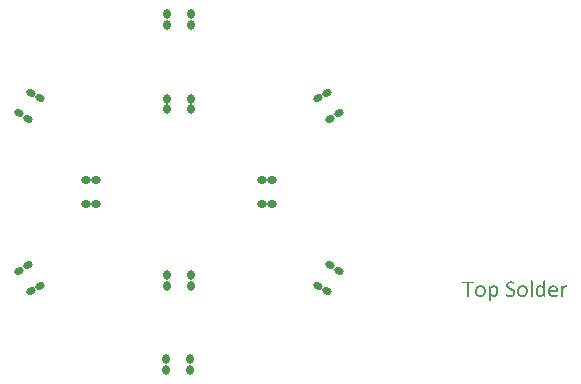
<source format=gts>
G04*
G04 #@! TF.GenerationSoftware,Altium Limited,Altium Designer,20.1.14 (287)*
G04*
G04 Layer_Color=8388736*
%FSLAX44Y44*%
%MOMM*%
G71*
G04*
G04 #@! TF.SameCoordinates,555A517A-9F76-4A69-B8FD-E90865B7C856*
G04*
G04*
G04 #@! TF.FilePolarity,Negative*
G04*
G01*
G75*
%ADD20O,0.8500X0.6000*%
%ADD21O,0.6000X0.8500*%
G04:AMPARAMS|DCode=22|XSize=0.6mm|YSize=0.85mm|CornerRadius=0mm|HoleSize=0mm|Usage=FLASHONLY|Rotation=120.000|XOffset=0mm|YOffset=0mm|HoleType=Round|Shape=Round|*
%AMOVALD22*
21,1,0.2500,0.6000,0.0000,0.0000,210.0*
1,1,0.6000,0.1082,0.0625*
1,1,0.6000,-0.1082,-0.0625*
%
%ADD22OVALD22*%

G04:AMPARAMS|DCode=23|XSize=0.6mm|YSize=0.85mm|CornerRadius=0mm|HoleSize=0mm|Usage=FLASHONLY|Rotation=60.000|XOffset=0mm|YOffset=0mm|HoleType=Round|Shape=Round|*
%AMOVALD23*
21,1,0.2500,0.6000,0.0000,0.0000,150.0*
1,1,0.6000,0.1082,-0.0625*
1,1,0.6000,-0.1082,0.0625*
%
%ADD23OVALD23*%

G36*
X281651Y-75702D02*
X281952Y-75748D01*
X281975D01*
X282022Y-75771D01*
X282114D01*
X282230Y-75794D01*
X282484Y-75864D01*
X282762Y-75956D01*
X282785D01*
X282831Y-75979D01*
X282901Y-76003D01*
X282994Y-76026D01*
X283225Y-76118D01*
X283456Y-76234D01*
X283479D01*
X283503Y-76257D01*
X283618Y-76304D01*
X283757Y-76396D01*
X283850Y-76465D01*
X283873Y-76489D01*
X283896Y-76512D01*
X283942Y-76581D01*
X283965Y-76627D01*
X283988Y-76651D01*
X284035Y-76766D01*
Y-76789D01*
X284058Y-76836D01*
Y-76975D01*
Y-76998D01*
X284081Y-77044D01*
Y-77160D01*
Y-77275D01*
Y-77298D01*
Y-77391D01*
Y-77484D01*
X284058Y-77599D01*
Y-77622D01*
X284035Y-77692D01*
X284012Y-77854D01*
Y-77877D01*
X283988Y-77900D01*
X283919Y-77993D01*
X283896D01*
X283803Y-78016D01*
X283780D01*
X283711Y-77993D01*
X283618Y-77946D01*
X283456Y-77877D01*
X283410Y-77854D01*
X283294Y-77784D01*
X283109Y-77692D01*
X282878Y-77576D01*
X282855D01*
X282831Y-77553D01*
X282762Y-77507D01*
X282670Y-77460D01*
X282415Y-77368D01*
X282091Y-77252D01*
X282068D01*
X282022Y-77229D01*
X281906Y-77206D01*
X281790Y-77160D01*
X281628Y-77137D01*
X281466Y-77113D01*
X281050Y-77090D01*
X280865D01*
X280726Y-77113D01*
X280425Y-77160D01*
X280101Y-77252D01*
X280078D01*
X280032Y-77275D01*
X279962Y-77298D01*
X279870Y-77345D01*
X279661Y-77484D01*
X279453Y-77646D01*
X279407Y-77692D01*
X279314Y-77807D01*
X279175Y-77969D01*
X279060Y-78201D01*
Y-78224D01*
X279037Y-78247D01*
X279014Y-78317D01*
Y-78409D01*
X278967Y-78640D01*
X278944Y-78895D01*
Y-78918D01*
Y-78988D01*
X278967Y-79080D01*
Y-79219D01*
X279037Y-79520D01*
X279175Y-79821D01*
X279199Y-79844D01*
X279222Y-79890D01*
X279268Y-79960D01*
X279361Y-80052D01*
X279569Y-80283D01*
X279846Y-80515D01*
X279870Y-80538D01*
X279916Y-80561D01*
X280009Y-80631D01*
X280124Y-80700D01*
X280263Y-80793D01*
X280425Y-80885D01*
X280795Y-81070D01*
X280818D01*
X280888Y-81116D01*
X281003Y-81163D01*
X281119Y-81209D01*
X281281Y-81278D01*
X281466Y-81371D01*
X281860Y-81556D01*
X281883D01*
X281952Y-81602D01*
X282068Y-81649D01*
X282207Y-81718D01*
X282369Y-81811D01*
X282554Y-81903D01*
X282947Y-82135D01*
X282970Y-82158D01*
X283040Y-82181D01*
X283132Y-82250D01*
X283271Y-82343D01*
X283572Y-82574D01*
X283896Y-82852D01*
X283919Y-82875D01*
X283965Y-82921D01*
X284035Y-83014D01*
X284127Y-83130D01*
X284243Y-83268D01*
X284359Y-83430D01*
X284567Y-83824D01*
X284590Y-83847D01*
X284613Y-83916D01*
X284660Y-84032D01*
X284706Y-84194D01*
X284752Y-84402D01*
X284775Y-84634D01*
X284821Y-84888D01*
Y-85166D01*
Y-85212D01*
Y-85328D01*
X284798Y-85490D01*
X284775Y-85698D01*
X284729Y-85953D01*
X284683Y-86230D01*
X284590Y-86508D01*
X284474Y-86786D01*
X284451Y-86809D01*
X284405Y-86901D01*
X284336Y-87040D01*
X284243Y-87202D01*
X284104Y-87387D01*
X283942Y-87596D01*
X283757Y-87781D01*
X283549Y-87989D01*
X283526Y-88012D01*
X283433Y-88058D01*
X283317Y-88151D01*
X283155Y-88266D01*
X282947Y-88382D01*
X282693Y-88498D01*
X282438Y-88614D01*
X282137Y-88729D01*
X282091D01*
X281999Y-88776D01*
X281836Y-88799D01*
X281628Y-88845D01*
X281374Y-88891D01*
X281073Y-88914D01*
X280749Y-88961D01*
X280170D01*
X280009Y-88938D01*
X279823D01*
X279615Y-88914D01*
X279199Y-88845D01*
X279175D01*
X279106Y-88822D01*
X278990Y-88799D01*
X278875Y-88776D01*
X278551Y-88706D01*
X278204Y-88590D01*
X278181D01*
X278134Y-88567D01*
X278065Y-88521D01*
X277949Y-88498D01*
X277718Y-88382D01*
X277486Y-88266D01*
X277463D01*
X277440Y-88243D01*
X277324Y-88151D01*
X277185Y-88058D01*
X277070Y-87966D01*
X277047Y-87943D01*
X277000Y-87873D01*
X276954Y-87781D01*
X276908Y-87665D01*
Y-87619D01*
X276885Y-87526D01*
X276861Y-87364D01*
Y-87156D01*
Y-87110D01*
Y-87040D01*
Y-86924D01*
Y-86809D01*
Y-86786D01*
X276885Y-86716D01*
X276908Y-86647D01*
X276931Y-86577D01*
Y-86554D01*
X276954Y-86531D01*
X277024Y-86439D01*
X277047D01*
X277070Y-86415D01*
X277162Y-86392D01*
X277185D01*
X277255Y-86415D01*
X277394Y-86462D01*
X277556Y-86577D01*
X277579D01*
X277602Y-86601D01*
X277741Y-86693D01*
X277926Y-86809D01*
X278204Y-86948D01*
X278227D01*
X278273Y-86971D01*
X278366Y-87017D01*
X278481Y-87063D01*
X278620Y-87110D01*
X278782Y-87179D01*
X279175Y-87318D01*
X279199D01*
X279268Y-87341D01*
X279407Y-87364D01*
X279569Y-87387D01*
X279754Y-87434D01*
X279985Y-87457D01*
X280217Y-87480D01*
X280703D01*
X280842Y-87457D01*
X281166Y-87410D01*
X281513Y-87341D01*
X281536D01*
X281582Y-87318D01*
X281674Y-87271D01*
X281790Y-87225D01*
X282045Y-87110D01*
X282299Y-86924D01*
X282322Y-86901D01*
X282369Y-86878D01*
X282508Y-86739D01*
X282670Y-86531D01*
X282831Y-86253D01*
Y-86230D01*
X282855Y-86184D01*
X282901Y-86091D01*
X282924Y-85999D01*
X282970Y-85860D01*
X282994Y-85698D01*
X283017Y-85351D01*
Y-85328D01*
Y-85258D01*
X282994Y-85143D01*
Y-85027D01*
X282901Y-84726D01*
X282855Y-84564D01*
X282762Y-84402D01*
Y-84379D01*
X282716Y-84333D01*
X282670Y-84263D01*
X282577Y-84171D01*
X282369Y-83963D01*
X282091Y-83731D01*
X282068Y-83708D01*
X282022Y-83685D01*
X281929Y-83616D01*
X281836Y-83546D01*
X281698Y-83477D01*
X281536Y-83384D01*
X281166Y-83199D01*
X281142Y-83176D01*
X281073Y-83153D01*
X280957Y-83106D01*
X280842Y-83037D01*
X280656Y-82968D01*
X280494Y-82875D01*
X280078Y-82690D01*
X280055Y-82667D01*
X279985Y-82644D01*
X279893Y-82597D01*
X279754Y-82528D01*
X279592Y-82435D01*
X279407Y-82343D01*
X279014Y-82135D01*
X278990Y-82111D01*
X278921Y-82065D01*
X278828Y-82019D01*
X278713Y-81926D01*
X278412Y-81695D01*
X278088Y-81394D01*
X278065Y-81371D01*
X278018Y-81325D01*
X277949Y-81232D01*
X277857Y-81116D01*
X277764Y-80978D01*
X277648Y-80816D01*
X277440Y-80422D01*
Y-80399D01*
X277394Y-80330D01*
X277371Y-80191D01*
X277324Y-80029D01*
X277278Y-79844D01*
X277232Y-79612D01*
X277209Y-79335D01*
X277185Y-79057D01*
Y-79011D01*
Y-78918D01*
X277209Y-78756D01*
X277232Y-78571D01*
X277255Y-78340D01*
X277301Y-78108D01*
X277371Y-77854D01*
X277463Y-77622D01*
X277486Y-77599D01*
X277509Y-77507D01*
X277579Y-77391D01*
X277671Y-77252D01*
X277787Y-77067D01*
X277926Y-76905D01*
X278273Y-76558D01*
X278296Y-76535D01*
X278366Y-76489D01*
X278481Y-76396D01*
X278620Y-76304D01*
X278805Y-76211D01*
X279037Y-76095D01*
X279268Y-75979D01*
X279523Y-75887D01*
X279546D01*
X279661Y-75841D01*
X279800Y-75817D01*
X280009Y-75771D01*
X280240Y-75725D01*
X280494Y-75702D01*
X280795Y-75656D01*
X281374D01*
X281651Y-75702D01*
D02*
G37*
G36*
X309720Y-74915D02*
X309858Y-74938D01*
X309881D01*
X309951Y-74961D01*
X310043Y-74984D01*
X310113Y-75008D01*
X310136D01*
X310159Y-75031D01*
X310252Y-75100D01*
X310275Y-75123D01*
X310298Y-75216D01*
Y-88544D01*
Y-88567D01*
Y-88590D01*
X310252Y-88706D01*
X310229Y-88729D01*
X310113Y-88776D01*
X310090D01*
X310067Y-88799D01*
X309997D01*
X309905Y-88822D01*
X309812D01*
X309696Y-88845D01*
X309326D01*
X309210Y-88822D01*
X309187D01*
X309141Y-88799D01*
X308979Y-88776D01*
X308956D01*
X308933Y-88752D01*
X308840Y-88683D01*
Y-88660D01*
Y-88637D01*
X308817Y-88544D01*
Y-87341D01*
X308794Y-87364D01*
X308701Y-87457D01*
X308539Y-87596D01*
X308354Y-87781D01*
X308146Y-87966D01*
X307892Y-88174D01*
X307614Y-88359D01*
X307336Y-88544D01*
X307313Y-88567D01*
X307197Y-88614D01*
X307059Y-88683D01*
X306850Y-88752D01*
X306596Y-88822D01*
X306318Y-88891D01*
X305994Y-88938D01*
X305670Y-88961D01*
X305508D01*
X305323Y-88938D01*
X305092Y-88914D01*
X304814Y-88868D01*
X304536Y-88799D01*
X304235Y-88706D01*
X303958Y-88590D01*
X303935Y-88567D01*
X303842Y-88521D01*
X303726Y-88428D01*
X303564Y-88313D01*
X303379Y-88174D01*
X303194Y-87989D01*
X303009Y-87781D01*
X302824Y-87549D01*
X302801Y-87526D01*
X302754Y-87434D01*
X302685Y-87295D01*
X302593Y-87110D01*
X302500Y-86901D01*
X302384Y-86624D01*
X302292Y-86346D01*
X302199Y-86022D01*
Y-85976D01*
X302176Y-85860D01*
X302153Y-85675D01*
X302107Y-85443D01*
X302083Y-85166D01*
X302037Y-84842D01*
X302014Y-84518D01*
Y-84148D01*
Y-84125D01*
Y-84101D01*
Y-83963D01*
X302037Y-83731D01*
Y-83454D01*
X302060Y-83130D01*
X302107Y-82782D01*
X302246Y-82065D01*
X302269Y-82019D01*
X302292Y-81903D01*
X302361Y-81741D01*
X302431Y-81510D01*
X302546Y-81255D01*
X302662Y-81001D01*
X302824Y-80723D01*
X302986Y-80469D01*
X303009Y-80445D01*
X303078Y-80353D01*
X303171Y-80237D01*
X303310Y-80098D01*
X303495Y-79913D01*
X303703Y-79751D01*
X303935Y-79589D01*
X304189Y-79450D01*
X304212Y-79427D01*
X304328Y-79381D01*
X304467Y-79335D01*
X304675Y-79265D01*
X304930Y-79196D01*
X305207Y-79127D01*
X305531Y-79103D01*
X305878Y-79080D01*
X306017D01*
X306156Y-79103D01*
X306364Y-79127D01*
X306572Y-79173D01*
X306827Y-79219D01*
X307059Y-79312D01*
X307313Y-79427D01*
X307336Y-79450D01*
X307429Y-79497D01*
X307568Y-79566D01*
X307729Y-79682D01*
X307938Y-79821D01*
X308146Y-80006D01*
X308401Y-80214D01*
X308632Y-80445D01*
Y-75216D01*
Y-75193D01*
Y-75170D01*
X308655Y-75100D01*
Y-75077D01*
X308701Y-75054D01*
X308794Y-75008D01*
X308817D01*
X308863Y-74984D01*
X308933Y-74961D01*
X309049Y-74938D01*
X309072D01*
X309164Y-74915D01*
X309280Y-74892D01*
X309581D01*
X309720Y-74915D01*
D02*
G37*
G36*
X267259Y-79103D02*
X267490Y-79127D01*
X267768Y-79173D01*
X268045Y-79242D01*
X268323Y-79335D01*
X268601Y-79474D01*
X268624Y-79497D01*
X268717Y-79543D01*
X268832Y-79636D01*
X268994Y-79751D01*
X269179Y-79890D01*
X269364Y-80075D01*
X269550Y-80283D01*
X269711Y-80515D01*
X269735Y-80538D01*
X269781Y-80631D01*
X269874Y-80769D01*
X269966Y-80955D01*
X270059Y-81163D01*
X270174Y-81440D01*
X270267Y-81718D01*
X270359Y-82042D01*
Y-82088D01*
X270382Y-82204D01*
X270429Y-82366D01*
X270475Y-82597D01*
X270498Y-82875D01*
X270544Y-83199D01*
X270568Y-83523D01*
Y-83893D01*
Y-83916D01*
Y-83940D01*
Y-84009D01*
Y-84101D01*
X270544Y-84310D01*
Y-84611D01*
X270498Y-84935D01*
X270452Y-85281D01*
X270382Y-85652D01*
X270290Y-86022D01*
Y-86068D01*
X270244Y-86184D01*
X270174Y-86346D01*
X270105Y-86577D01*
X269989Y-86809D01*
X269874Y-87086D01*
X269711Y-87364D01*
X269550Y-87619D01*
X269526Y-87642D01*
X269457Y-87734D01*
X269364Y-87850D01*
X269226Y-87989D01*
X269040Y-88151D01*
X268832Y-88313D01*
X268578Y-88475D01*
X268323Y-88614D01*
X268300Y-88637D01*
X268184Y-88660D01*
X268045Y-88729D01*
X267837Y-88776D01*
X267583Y-88845D01*
X267305Y-88914D01*
X267004Y-88938D01*
X266657Y-88961D01*
X266518D01*
X266402Y-88938D01*
X266171Y-88914D01*
X265893Y-88868D01*
X265870D01*
X265847Y-88845D01*
X265685Y-88822D01*
X265477Y-88729D01*
X265246Y-88637D01*
X265222D01*
X265199Y-88614D01*
X265037Y-88521D01*
X264829Y-88382D01*
X264598Y-88220D01*
X264575Y-88197D01*
X264551Y-88174D01*
X264482Y-88104D01*
X264389Y-88035D01*
X264181Y-87850D01*
X263927Y-87596D01*
Y-92085D01*
Y-92131D01*
X263880Y-92200D01*
X263857Y-92247D01*
X263741Y-92316D01*
X263718D01*
X263672Y-92339D01*
X263603Y-92362D01*
X263487Y-92385D01*
X263394D01*
X263256Y-92409D01*
X262816D01*
X262677Y-92385D01*
X262654D01*
X262608Y-92362D01*
X262446Y-92316D01*
X262423D01*
X262399Y-92293D01*
X262307Y-92200D01*
Y-92177D01*
X262284Y-92085D01*
Y-79543D01*
Y-79520D01*
Y-79497D01*
X262307Y-79404D01*
Y-79381D01*
X262330Y-79358D01*
X262376Y-79335D01*
X262423Y-79312D01*
X262446D01*
X262492Y-79288D01*
X262561Y-79265D01*
X262654Y-79242D01*
X262677D01*
X262747Y-79219D01*
X263232D01*
X263325Y-79242D01*
X263348D01*
X263418Y-79265D01*
X263556Y-79312D01*
X263580D01*
X263603Y-79335D01*
X263649Y-79358D01*
X263672Y-79404D01*
X263695Y-79427D01*
X263718Y-79543D01*
Y-80746D01*
X263741Y-80723D01*
X263788Y-80677D01*
X263880Y-80607D01*
X263973Y-80492D01*
X264227Y-80260D01*
X264505Y-80029D01*
X264528Y-80006D01*
X264575Y-79983D01*
X264644Y-79913D01*
X264760Y-79844D01*
X264991Y-79682D01*
X265269Y-79520D01*
X265292D01*
X265338Y-79474D01*
X265408Y-79450D01*
X265523Y-79404D01*
X265778Y-79288D01*
X266055Y-79196D01*
X266079D01*
X266125Y-79173D01*
X266217Y-79150D01*
X266310Y-79127D01*
X266588Y-79103D01*
X266912Y-79080D01*
X267074D01*
X267259Y-79103D01*
D02*
G37*
G36*
X327768Y-79103D02*
X327791D01*
X327861Y-79126D01*
X327976Y-79150D01*
X328092Y-79173D01*
X328115D01*
X328208Y-79196D01*
X328300Y-79219D01*
X328416Y-79265D01*
X328439D01*
X328509Y-79288D01*
X328578Y-79312D01*
X328624Y-79358D01*
X328647D01*
X328671Y-79381D01*
X328717Y-79450D01*
X328740Y-79474D01*
Y-79566D01*
Y-79589D01*
X328763Y-79612D01*
Y-79682D01*
Y-79774D01*
Y-79798D01*
X328786Y-79867D01*
Y-79960D01*
Y-80121D01*
Y-80168D01*
Y-80260D01*
Y-80376D01*
X328763Y-80492D01*
Y-80515D01*
Y-80561D01*
X328717Y-80723D01*
Y-80746D01*
X328694Y-80769D01*
X328647Y-80862D01*
X328624Y-80885D01*
X328532Y-80908D01*
X328462D01*
X328324Y-80862D01*
X328300D01*
X328254Y-80839D01*
X328162Y-80793D01*
X328069Y-80769D01*
X328046D01*
X327976Y-80746D01*
X327884Y-80700D01*
X327745Y-80677D01*
X327722D01*
X327629Y-80654D01*
X327491Y-80631D01*
X327305D01*
X327190Y-80654D01*
X327051Y-80677D01*
X326866Y-80746D01*
X326819Y-80769D01*
X326727Y-80816D01*
X326565Y-80931D01*
X326357Y-81070D01*
X326310Y-81116D01*
X326195Y-81232D01*
X326010Y-81440D01*
X325801Y-81695D01*
X325778Y-81718D01*
X325755Y-81764D01*
X325686Y-81834D01*
X325616Y-81949D01*
X325524Y-82088D01*
X325431Y-82250D01*
X325177Y-82620D01*
Y-88544D01*
Y-88567D01*
Y-88590D01*
X325130Y-88683D01*
X325107Y-88706D01*
X324991Y-88776D01*
X324968D01*
X324922Y-88799D01*
X324853D01*
X324737Y-88822D01*
X324644D01*
X324506Y-88845D01*
X324066D01*
X323927Y-88822D01*
X323904D01*
X323858Y-88799D01*
X323696Y-88776D01*
X323673D01*
X323649Y-88752D01*
X323557Y-88683D01*
Y-88637D01*
X323534Y-88544D01*
Y-79543D01*
Y-79520D01*
Y-79497D01*
X323557Y-79404D01*
X323580Y-79381D01*
X323626Y-79335D01*
X323673Y-79312D01*
X323696D01*
X323742Y-79288D01*
X323811Y-79265D01*
X323904Y-79242D01*
X323927D01*
X323997Y-79219D01*
X324506D01*
X324621Y-79242D01*
X324644D01*
X324714Y-79265D01*
X324783Y-79288D01*
X324853Y-79312D01*
X324876D01*
X324899Y-79335D01*
X324945Y-79358D01*
X324968Y-79404D01*
X324991Y-79427D01*
X325015Y-79543D01*
Y-80862D01*
X325038Y-80839D01*
X325084Y-80769D01*
X325154Y-80677D01*
X325246Y-80538D01*
X325454Y-80260D01*
X325709Y-79983D01*
X325732Y-79960D01*
X325755Y-79913D01*
X325917Y-79774D01*
X326102Y-79612D01*
X326310Y-79450D01*
X326334D01*
X326357Y-79427D01*
X326496Y-79335D01*
X326681Y-79242D01*
X326889Y-79173D01*
X326912D01*
X326935Y-79150D01*
X327074Y-79126D01*
X327259Y-79103D01*
X327467Y-79080D01*
X327653D01*
X327768Y-79103D01*
D02*
G37*
G36*
X299098Y-74869D02*
X299122D01*
X299191Y-74892D01*
X299284Y-74915D01*
X299353Y-74938D01*
X299376D01*
X299399Y-74961D01*
X299492Y-75054D01*
X299515Y-75077D01*
X299538Y-75170D01*
Y-88544D01*
Y-88567D01*
Y-88590D01*
X299492Y-88683D01*
X299469Y-88706D01*
X299353Y-88776D01*
X299330D01*
X299284Y-88799D01*
X299214D01*
X299098Y-88822D01*
X299006D01*
X298867Y-88845D01*
X298428D01*
X298289Y-88822D01*
X298265D01*
X298219Y-88799D01*
X298057Y-88776D01*
X298034D01*
X298011Y-88752D01*
X297918Y-88683D01*
Y-88637D01*
X297895Y-88544D01*
Y-75170D01*
Y-75146D01*
Y-75123D01*
X297918Y-75054D01*
Y-75031D01*
X297965Y-75008D01*
X298057Y-74938D01*
X298080D01*
X298127Y-74915D01*
X298196Y-74892D01*
X298289Y-74869D01*
X298312D01*
X298404Y-74846D01*
X298983D01*
X299098Y-74869D01*
D02*
G37*
G36*
X249580Y-75887D02*
X249603D01*
X249627Y-75910D01*
X249696Y-76026D01*
Y-76049D01*
X249719Y-76095D01*
X249742Y-76165D01*
X249765Y-76257D01*
Y-76280D01*
X249788Y-76350D01*
Y-76442D01*
Y-76581D01*
Y-76604D01*
Y-76697D01*
Y-76813D01*
X249765Y-76928D01*
Y-76951D01*
X249742Y-76998D01*
X249696Y-77160D01*
X249673Y-77206D01*
X249580Y-77275D01*
X249534D01*
X249441Y-77298D01*
X245809D01*
Y-88544D01*
Y-88590D01*
X245762Y-88683D01*
X245716Y-88706D01*
X245670Y-88729D01*
X245600Y-88752D01*
X245577D01*
X245531Y-88776D01*
X245461D01*
X245346Y-88799D01*
X245322D01*
X245230Y-88822D01*
X245114Y-88845D01*
X244813D01*
X244675Y-88822D01*
X244536Y-88799D01*
X244513D01*
X244443Y-88776D01*
X244258Y-88752D01*
X244235D01*
X244212Y-88729D01*
X244119Y-88683D01*
Y-88660D01*
Y-88637D01*
X244096Y-88544D01*
Y-77298D01*
X240394D01*
X240301Y-77275D01*
X240255Y-77252D01*
X240186Y-77160D01*
Y-77137D01*
X240163Y-77090D01*
Y-77021D01*
X240139Y-76928D01*
Y-76905D01*
Y-76836D01*
X240116Y-76720D01*
Y-76581D01*
Y-76558D01*
Y-76465D01*
Y-76373D01*
X240139Y-76257D01*
Y-76234D01*
X240163Y-76165D01*
X240186Y-76026D01*
Y-76003D01*
X240209Y-75979D01*
X240301Y-75887D01*
X240324D01*
X240348Y-75864D01*
X240440Y-75841D01*
X249488D01*
X249580Y-75887D01*
D02*
G37*
G36*
X317425Y-79103D02*
X317680Y-79126D01*
X317957Y-79173D01*
X318258Y-79219D01*
X318559Y-79312D01*
X318860Y-79427D01*
X318883Y-79450D01*
X318998Y-79497D01*
X319137Y-79566D01*
X319299Y-79682D01*
X319484Y-79798D01*
X319693Y-79960D01*
X319901Y-80145D01*
X320086Y-80353D01*
X320109Y-80376D01*
X320155Y-80445D01*
X320248Y-80584D01*
X320364Y-80746D01*
X320479Y-80931D01*
X320595Y-81163D01*
X320711Y-81417D01*
X320803Y-81695D01*
Y-81718D01*
X320849Y-81834D01*
X320873Y-81973D01*
X320919Y-82181D01*
X320965Y-82435D01*
X320988Y-82713D01*
X321035Y-83014D01*
Y-83338D01*
Y-83639D01*
Y-83662D01*
Y-83708D01*
X321012Y-83847D01*
X320942Y-84032D01*
X320826Y-84194D01*
X320803Y-84217D01*
X320711Y-84263D01*
X320572Y-84333D01*
X320387Y-84356D01*
X314463D01*
Y-84379D01*
Y-84495D01*
Y-84634D01*
X314486Y-84819D01*
Y-85027D01*
X314533Y-85258D01*
X314602Y-85721D01*
Y-85744D01*
X314625Y-85814D01*
X314671Y-85929D01*
X314718Y-86068D01*
X314880Y-86415D01*
X315111Y-86762D01*
X315134Y-86786D01*
X315180Y-86832D01*
X315250Y-86901D01*
X315366Y-86994D01*
X315481Y-87109D01*
X315643Y-87202D01*
X316013Y-87410D01*
X316037D01*
X316106Y-87434D01*
X316245Y-87480D01*
X316407Y-87503D01*
X316615Y-87549D01*
X316846Y-87596D01*
X317101Y-87619D01*
X317633D01*
X317795Y-87596D01*
X318165Y-87572D01*
X318536Y-87526D01*
X318559D01*
X318628Y-87503D01*
X318721Y-87480D01*
X318836Y-87457D01*
X319114Y-87387D01*
X319415Y-87295D01*
X319438D01*
X319484Y-87271D01*
X319623Y-87202D01*
X319831Y-87133D01*
X320017Y-87063D01*
X320040D01*
X320063Y-87040D01*
X320155Y-86994D01*
X320271Y-86971D01*
X320387Y-86948D01*
X320433D01*
X320503Y-86994D01*
X320526D01*
X320549Y-87017D01*
X320595Y-87109D01*
Y-87133D01*
X320618Y-87156D01*
X320641Y-87295D01*
Y-87318D01*
X320664Y-87364D01*
Y-87480D01*
Y-87596D01*
Y-87619D01*
Y-87665D01*
X320641Y-87827D01*
Y-87850D01*
Y-87873D01*
X320618Y-88012D01*
X320595Y-88058D01*
X320549Y-88151D01*
X320526Y-88174D01*
X320479Y-88243D01*
X320433Y-88290D01*
X320317Y-88336D01*
X320155Y-88428D01*
X320132D01*
X320109Y-88452D01*
X320040Y-88475D01*
X319970Y-88498D01*
X319739Y-88567D01*
X319438Y-88660D01*
X319415D01*
X319369Y-88683D01*
X319276Y-88706D01*
X319160Y-88729D01*
X319021Y-88752D01*
X318836Y-88799D01*
X318443Y-88868D01*
X318420D01*
X318351Y-88891D01*
X318235D01*
X318096Y-88914D01*
X317911Y-88938D01*
X317703D01*
X317240Y-88961D01*
X317055D01*
X316846Y-88938D01*
X316592Y-88914D01*
X316268Y-88891D01*
X315944Y-88822D01*
X315620Y-88752D01*
X315296Y-88660D01*
X315250Y-88637D01*
X315157Y-88614D01*
X314995Y-88521D01*
X314810Y-88428D01*
X314579Y-88313D01*
X314347Y-88151D01*
X314116Y-87966D01*
X313885Y-87757D01*
X313862Y-87734D01*
X313792Y-87642D01*
X313699Y-87503D01*
X313561Y-87341D01*
X313422Y-87109D01*
X313283Y-86855D01*
X313144Y-86554D01*
X313028Y-86230D01*
Y-86184D01*
X312982Y-86068D01*
X312936Y-85883D01*
X312890Y-85605D01*
X312843Y-85305D01*
X312797Y-84934D01*
X312774Y-84518D01*
X312751Y-84078D01*
Y-84055D01*
Y-84032D01*
Y-83893D01*
X312774Y-83662D01*
X312797Y-83384D01*
X312820Y-83060D01*
X312866Y-82713D01*
X312936Y-82343D01*
X313028Y-81996D01*
X313052Y-81949D01*
X313075Y-81834D01*
X313144Y-81672D01*
X313260Y-81440D01*
X313375Y-81209D01*
X313514Y-80931D01*
X313699Y-80677D01*
X313885Y-80422D01*
X313908Y-80399D01*
X313977Y-80307D01*
X314116Y-80191D01*
X314278Y-80052D01*
X314463Y-79890D01*
X314694Y-79728D01*
X314972Y-79566D01*
X315250Y-79427D01*
X315296Y-79404D01*
X315389Y-79381D01*
X315551Y-79312D01*
X315782Y-79242D01*
X316037Y-79196D01*
X316360Y-79126D01*
X316684Y-79103D01*
X317055Y-79080D01*
X317240D01*
X317425Y-79103D01*
D02*
G37*
G36*
X291439Y-79103D02*
X291694Y-79127D01*
X291995Y-79173D01*
X292319Y-79219D01*
X292643Y-79312D01*
X292967Y-79427D01*
X293013Y-79450D01*
X293105Y-79497D01*
X293267Y-79566D01*
X293452Y-79659D01*
X293684Y-79798D01*
X293915Y-79960D01*
X294147Y-80145D01*
X294355Y-80376D01*
X294378Y-80399D01*
X294447Y-80492D01*
X294540Y-80631D01*
X294679Y-80793D01*
X294795Y-81024D01*
X294933Y-81278D01*
X295072Y-81579D01*
X295188Y-81903D01*
X295211Y-81950D01*
X295234Y-82065D01*
X295280Y-82250D01*
X295327Y-82505D01*
X295373Y-82806D01*
X295419Y-83153D01*
X295466Y-83523D01*
Y-83940D01*
Y-83963D01*
Y-83986D01*
Y-84125D01*
X295443Y-84333D01*
X295419Y-84587D01*
X295396Y-84911D01*
X295350Y-85235D01*
X295257Y-85605D01*
X295165Y-85953D01*
X295142Y-85999D01*
X295119Y-86115D01*
X295049Y-86277D01*
X294933Y-86508D01*
X294818Y-86739D01*
X294679Y-87017D01*
X294494Y-87295D01*
X294286Y-87549D01*
X294262Y-87572D01*
X294193Y-87665D01*
X294054Y-87781D01*
X293892Y-87919D01*
X293684Y-88104D01*
X293452Y-88266D01*
X293175Y-88428D01*
X292851Y-88590D01*
X292805Y-88614D01*
X292689Y-88637D01*
X292527Y-88706D01*
X292272Y-88776D01*
X291995Y-88845D01*
X291648Y-88891D01*
X291277Y-88938D01*
X290861Y-88961D01*
X290676D01*
X290467Y-88938D01*
X290213Y-88914D01*
X289889Y-88891D01*
X289565Y-88822D01*
X289241Y-88752D01*
X288917Y-88637D01*
X288871Y-88614D01*
X288778Y-88567D01*
X288616Y-88498D01*
X288431Y-88405D01*
X288223Y-88266D01*
X287992Y-88104D01*
X287760Y-87896D01*
X287529Y-87688D01*
X287506Y-87665D01*
X287436Y-87572D01*
X287344Y-87434D01*
X287228Y-87271D01*
X287089Y-87040D01*
X286973Y-86786D01*
X286835Y-86485D01*
X286719Y-86161D01*
Y-86115D01*
X286673Y-85999D01*
X286649Y-85814D01*
X286603Y-85559D01*
X286557Y-85258D01*
X286511Y-84911D01*
X286488Y-84541D01*
X286464Y-84125D01*
Y-84101D01*
Y-84078D01*
Y-83940D01*
X286488Y-83731D01*
X286511Y-83454D01*
X286534Y-83130D01*
X286580Y-82806D01*
X286649Y-82435D01*
X286742Y-82088D01*
X286765Y-82042D01*
X286788Y-81926D01*
X286858Y-81764D01*
X286950Y-81533D01*
X287066Y-81302D01*
X287228Y-81024D01*
X287390Y-80746D01*
X287598Y-80492D01*
X287621Y-80469D01*
X287714Y-80376D01*
X287830Y-80260D01*
X287992Y-80098D01*
X288200Y-79936D01*
X288454Y-79774D01*
X288732Y-79589D01*
X289033Y-79450D01*
X289079Y-79427D01*
X289195Y-79381D01*
X289357Y-79335D01*
X289611Y-79265D01*
X289912Y-79196D01*
X290236Y-79127D01*
X290630Y-79103D01*
X291046Y-79080D01*
X291231D01*
X291439Y-79103D01*
D02*
G37*
G36*
X255828D02*
X256082Y-79127D01*
X256383Y-79173D01*
X256707Y-79219D01*
X257031Y-79312D01*
X257355Y-79427D01*
X257401Y-79450D01*
X257494Y-79497D01*
X257656Y-79566D01*
X257841Y-79659D01*
X258072Y-79798D01*
X258304Y-79960D01*
X258535Y-80145D01*
X258743Y-80376D01*
X258766Y-80399D01*
X258836Y-80492D01*
X258929Y-80631D01*
X259067Y-80793D01*
X259183Y-81024D01*
X259322Y-81278D01*
X259461Y-81579D01*
X259576Y-81903D01*
X259600Y-81950D01*
X259623Y-82065D01*
X259669Y-82250D01*
X259715Y-82505D01*
X259762Y-82806D01*
X259808Y-83153D01*
X259854Y-83523D01*
Y-83940D01*
Y-83963D01*
Y-83986D01*
Y-84125D01*
X259831Y-84333D01*
X259808Y-84587D01*
X259785Y-84911D01*
X259738Y-85235D01*
X259646Y-85605D01*
X259553Y-85953D01*
X259530Y-85999D01*
X259507Y-86115D01*
X259438Y-86277D01*
X259322Y-86508D01*
X259206Y-86739D01*
X259067Y-87017D01*
X258882Y-87295D01*
X258674Y-87549D01*
X258651Y-87572D01*
X258581Y-87665D01*
X258443Y-87781D01*
X258281Y-87919D01*
X258072Y-88104D01*
X257841Y-88266D01*
X257563Y-88428D01*
X257239Y-88590D01*
X257193Y-88614D01*
X257077Y-88637D01*
X256915Y-88706D01*
X256661Y-88776D01*
X256383Y-88845D01*
X256036Y-88891D01*
X255666Y-88938D01*
X255249Y-88961D01*
X255064D01*
X254856Y-88938D01*
X254601Y-88914D01*
X254277Y-88891D01*
X253953Y-88822D01*
X253630Y-88752D01*
X253306Y-88637D01*
X253259Y-88614D01*
X253167Y-88567D01*
X253005Y-88498D01*
X252820Y-88405D01*
X252612Y-88266D01*
X252380Y-88104D01*
X252149Y-87896D01*
X251917Y-87688D01*
X251894Y-87665D01*
X251825Y-87572D01*
X251732Y-87434D01*
X251616Y-87271D01*
X251478Y-87040D01*
X251362Y-86786D01*
X251223Y-86485D01*
X251107Y-86161D01*
Y-86115D01*
X251061Y-85999D01*
X251038Y-85814D01*
X250992Y-85559D01*
X250945Y-85258D01*
X250899Y-84911D01*
X250876Y-84541D01*
X250853Y-84125D01*
Y-84101D01*
Y-84078D01*
Y-83940D01*
X250876Y-83731D01*
X250899Y-83454D01*
X250922Y-83130D01*
X250969Y-82806D01*
X251038Y-82435D01*
X251131Y-82088D01*
X251154Y-82042D01*
X251177Y-81926D01*
X251246Y-81764D01*
X251339Y-81533D01*
X251455Y-81302D01*
X251616Y-81024D01*
X251778Y-80746D01*
X251987Y-80492D01*
X252010Y-80469D01*
X252102Y-80376D01*
X252218Y-80260D01*
X252380Y-80098D01*
X252588Y-79936D01*
X252843Y-79774D01*
X253120Y-79589D01*
X253421Y-79450D01*
X253468Y-79427D01*
X253583Y-79381D01*
X253745Y-79335D01*
X254000Y-79265D01*
X254301Y-79196D01*
X254625Y-79127D01*
X255018Y-79103D01*
X255434Y-79080D01*
X255620D01*
X255828Y-79103D01*
D02*
G37*
%LPC*%
G36*
X306017Y-80492D02*
X305925D01*
X305786Y-80515D01*
X305647Y-80538D01*
X305300Y-80607D01*
X305115Y-80700D01*
X304953Y-80793D01*
X304930Y-80816D01*
X304883Y-80839D01*
X304791Y-80908D01*
X304698Y-81001D01*
X304583Y-81116D01*
X304467Y-81255D01*
X304235Y-81602D01*
Y-81625D01*
X304189Y-81695D01*
X304143Y-81788D01*
X304074Y-81926D01*
X304027Y-82088D01*
X303958Y-82273D01*
X303842Y-82713D01*
Y-82736D01*
X303819Y-82806D01*
X303796Y-82944D01*
Y-83083D01*
X303773Y-83292D01*
X303750Y-83500D01*
X303726Y-83963D01*
Y-83986D01*
Y-84078D01*
Y-84217D01*
X303750Y-84379D01*
Y-84587D01*
X303773Y-84819D01*
X303819Y-85305D01*
Y-85328D01*
X303842Y-85420D01*
X303865Y-85536D01*
X303911Y-85698D01*
X303958Y-85860D01*
X304027Y-86068D01*
X304189Y-86462D01*
X304212Y-86485D01*
X304235Y-86531D01*
X304282Y-86624D01*
X304374Y-86739D01*
X304583Y-86994D01*
X304860Y-87248D01*
X304883Y-87271D01*
X304930Y-87295D01*
X305045Y-87341D01*
X305161Y-87387D01*
X305323Y-87457D01*
X305508Y-87503D01*
X305716Y-87526D01*
X305948Y-87549D01*
X306156D01*
X306341Y-87526D01*
X306572Y-87480D01*
X306596D01*
X306619Y-87457D01*
X306781Y-87410D01*
X306966Y-87318D01*
X307197Y-87179D01*
X307220D01*
X307244Y-87133D01*
X307313Y-87086D01*
X307406Y-87040D01*
X307614Y-86855D01*
X307868Y-86647D01*
X307892Y-86624D01*
X307938Y-86577D01*
X308007Y-86508D01*
X308100Y-86415D01*
X308354Y-86138D01*
X308632Y-85814D01*
Y-82204D01*
X308609Y-82158D01*
X308516Y-82065D01*
X308377Y-81926D01*
X308215Y-81741D01*
X308030Y-81533D01*
X307799Y-81325D01*
X307568Y-81116D01*
X307336Y-80931D01*
X307313Y-80908D01*
X307220Y-80862D01*
X307105Y-80793D01*
X306943Y-80700D01*
X306735Y-80631D01*
X306526Y-80561D01*
X306272Y-80515D01*
X306017Y-80492D01*
D02*
G37*
G36*
X266611D02*
X266565D01*
X266402Y-80515D01*
X266194Y-80538D01*
X265963Y-80607D01*
X265940D01*
X265917Y-80631D01*
X265778Y-80677D01*
X265569Y-80769D01*
X265338Y-80908D01*
X265315D01*
X265292Y-80955D01*
X265222Y-81001D01*
X265130Y-81047D01*
X264898Y-81232D01*
X264644Y-81463D01*
X264621Y-81487D01*
X264575Y-81510D01*
X264505Y-81602D01*
X264436Y-81695D01*
X264204Y-81950D01*
X263927Y-82273D01*
Y-85837D01*
X263950Y-85883D01*
X264042Y-85976D01*
X264181Y-86115D01*
X264343Y-86300D01*
X264528Y-86508D01*
X264736Y-86716D01*
X264968Y-86924D01*
X265199Y-87110D01*
X265222Y-87133D01*
X265315Y-87179D01*
X265431Y-87248D01*
X265593Y-87318D01*
X265801Y-87410D01*
X266009Y-87480D01*
X266241Y-87526D01*
X266495Y-87549D01*
X266611D01*
X266726Y-87526D01*
X266865Y-87503D01*
X267212Y-87434D01*
X267397Y-87364D01*
X267560Y-87271D01*
X267583Y-87248D01*
X267629Y-87225D01*
X267722Y-87156D01*
X267837Y-87063D01*
X267953Y-86948D01*
X268069Y-86809D01*
X268300Y-86462D01*
X268323Y-86439D01*
X268346Y-86369D01*
X268393Y-86277D01*
X268462Y-86138D01*
X268531Y-85976D01*
X268601Y-85767D01*
X268717Y-85351D01*
Y-85328D01*
X268740Y-85235D01*
X268763Y-85120D01*
X268786Y-84958D01*
X268809Y-84773D01*
X268832Y-84541D01*
X268855Y-84078D01*
Y-84055D01*
Y-83963D01*
Y-83824D01*
X268832Y-83662D01*
Y-83454D01*
X268809Y-83245D01*
X268740Y-82759D01*
Y-82736D01*
X268717Y-82644D01*
X268693Y-82528D01*
X268647Y-82366D01*
X268601Y-82181D01*
X268531Y-81996D01*
X268369Y-81602D01*
Y-81579D01*
X268323Y-81510D01*
X268277Y-81417D01*
X268184Y-81302D01*
X267976Y-81047D01*
X267675Y-80793D01*
X267652Y-80769D01*
X267606Y-80746D01*
X267513Y-80700D01*
X267397Y-80631D01*
X267236Y-80584D01*
X267050Y-80538D01*
X266842Y-80515D01*
X266611Y-80492D01*
D02*
G37*
G36*
X316985Y-80376D02*
X316754D01*
X316615Y-80399D01*
X316268Y-80469D01*
X315898Y-80607D01*
X315875D01*
X315828Y-80654D01*
X315736Y-80700D01*
X315620Y-80769D01*
X315366Y-80978D01*
X315111Y-81232D01*
X315088Y-81255D01*
X315065Y-81301D01*
X314995Y-81371D01*
X314949Y-81487D01*
X314856Y-81602D01*
X314787Y-81764D01*
X314625Y-82111D01*
Y-82135D01*
X314602Y-82204D01*
X314579Y-82296D01*
X314556Y-82435D01*
X314509Y-82597D01*
X314486Y-82759D01*
X314463Y-83153D01*
X319369D01*
Y-83130D01*
Y-83083D01*
Y-83037D01*
Y-82944D01*
X319345Y-82713D01*
X319299Y-82412D01*
X319230Y-82088D01*
X319114Y-81741D01*
X318975Y-81417D01*
X318767Y-81116D01*
X318744Y-81093D01*
X318651Y-81001D01*
X318512Y-80885D01*
X318327Y-80746D01*
X318073Y-80607D01*
X317772Y-80492D01*
X317402Y-80399D01*
X316985Y-80376D01*
D02*
G37*
G36*
X290977Y-80469D02*
X290861D01*
X290722Y-80492D01*
X290537D01*
X290352Y-80538D01*
X290120Y-80584D01*
X289912Y-80654D01*
X289704Y-80746D01*
X289681D01*
X289611Y-80793D01*
X289519Y-80862D01*
X289403Y-80931D01*
X289125Y-81163D01*
X288848Y-81487D01*
X288825Y-81510D01*
X288801Y-81579D01*
X288732Y-81672D01*
X288663Y-81788D01*
X288570Y-81950D01*
X288477Y-82158D01*
X288408Y-82366D01*
X288339Y-82597D01*
Y-82620D01*
X288316Y-82713D01*
X288292Y-82852D01*
X288269Y-83014D01*
X288223Y-83222D01*
X288200Y-83477D01*
X288177Y-83731D01*
Y-84009D01*
Y-84032D01*
Y-84125D01*
Y-84286D01*
X288200Y-84448D01*
Y-84680D01*
X288223Y-84911D01*
X288292Y-85397D01*
Y-85420D01*
X288316Y-85513D01*
X288362Y-85629D01*
X288408Y-85791D01*
X288547Y-86138D01*
X288755Y-86531D01*
X288778Y-86554D01*
X288825Y-86601D01*
X288894Y-86693D01*
X288987Y-86809D01*
X289102Y-86924D01*
X289264Y-87063D01*
X289611Y-87295D01*
X289634D01*
X289704Y-87341D01*
X289820Y-87387D01*
X289982Y-87434D01*
X290167Y-87480D01*
X290398Y-87526D01*
X290653Y-87549D01*
X290930Y-87572D01*
X291046D01*
X291185Y-87549D01*
X291370D01*
X291578Y-87503D01*
X291786Y-87457D01*
X291995Y-87410D01*
X292203Y-87318D01*
X292226Y-87295D01*
X292295Y-87271D01*
X292388Y-87202D01*
X292504Y-87133D01*
X292805Y-86901D01*
X293082Y-86601D01*
X293105Y-86577D01*
X293129Y-86508D01*
X293198Y-86415D01*
X293267Y-86277D01*
X293360Y-86115D01*
X293452Y-85929D01*
X293522Y-85721D01*
X293591Y-85490D01*
Y-85467D01*
X293615Y-85374D01*
X293638Y-85235D01*
X293684Y-85050D01*
X293707Y-84842D01*
X293730Y-84611D01*
X293753Y-84055D01*
Y-84032D01*
Y-83940D01*
Y-83778D01*
X293730Y-83592D01*
Y-83384D01*
X293707Y-83153D01*
X293615Y-82667D01*
Y-82644D01*
X293591Y-82551D01*
X293545Y-82435D01*
X293499Y-82273D01*
X293360Y-81903D01*
X293152Y-81533D01*
X293129Y-81510D01*
X293105Y-81440D01*
X293036Y-81371D01*
X292943Y-81255D01*
X292828Y-81140D01*
X292666Y-81001D01*
X292504Y-80885D01*
X292319Y-80769D01*
X292295Y-80746D01*
X292226Y-80723D01*
X292110Y-80677D01*
X291948Y-80607D01*
X291763Y-80561D01*
X291532Y-80515D01*
X291277Y-80492D01*
X290977Y-80469D01*
D02*
G37*
G36*
X255365D02*
X255249D01*
X255110Y-80492D01*
X254925D01*
X254740Y-80538D01*
X254509Y-80584D01*
X254301Y-80654D01*
X254092Y-80746D01*
X254069D01*
X254000Y-80793D01*
X253907Y-80862D01*
X253792Y-80931D01*
X253514Y-81163D01*
X253236Y-81487D01*
X253213Y-81510D01*
X253190Y-81579D01*
X253120Y-81672D01*
X253051Y-81788D01*
X252959Y-81950D01*
X252866Y-82158D01*
X252797Y-82366D01*
X252727Y-82597D01*
Y-82620D01*
X252704Y-82713D01*
X252681Y-82852D01*
X252658Y-83014D01*
X252612Y-83222D01*
X252588Y-83477D01*
X252565Y-83731D01*
Y-84009D01*
Y-84032D01*
Y-84125D01*
Y-84286D01*
X252588Y-84448D01*
Y-84680D01*
X252612Y-84911D01*
X252681Y-85397D01*
Y-85420D01*
X252704Y-85513D01*
X252750Y-85629D01*
X252797Y-85791D01*
X252935Y-86138D01*
X253144Y-86531D01*
X253167Y-86554D01*
X253213Y-86601D01*
X253283Y-86693D01*
X253375Y-86809D01*
X253491Y-86924D01*
X253653Y-87063D01*
X254000Y-87295D01*
X254023D01*
X254092Y-87341D01*
X254208Y-87387D01*
X254370Y-87434D01*
X254555Y-87480D01*
X254787Y-87526D01*
X255041Y-87549D01*
X255319Y-87572D01*
X255434D01*
X255573Y-87549D01*
X255758D01*
X255967Y-87503D01*
X256175Y-87457D01*
X256383Y-87410D01*
X256591Y-87318D01*
X256615Y-87295D01*
X256684Y-87271D01*
X256777Y-87202D01*
X256892Y-87133D01*
X257193Y-86901D01*
X257471Y-86601D01*
X257494Y-86577D01*
X257517Y-86508D01*
X257586Y-86415D01*
X257656Y-86277D01*
X257748Y-86115D01*
X257841Y-85929D01*
X257910Y-85721D01*
X257980Y-85490D01*
Y-85467D01*
X258003Y-85374D01*
X258026Y-85235D01*
X258072Y-85050D01*
X258095Y-84842D01*
X258119Y-84611D01*
X258142Y-84055D01*
Y-84032D01*
Y-83940D01*
Y-83778D01*
X258119Y-83592D01*
Y-83384D01*
X258095Y-83153D01*
X258003Y-82667D01*
Y-82644D01*
X257980Y-82551D01*
X257934Y-82435D01*
X257887Y-82273D01*
X257748Y-81903D01*
X257540Y-81533D01*
X257517Y-81510D01*
X257494Y-81440D01*
X257425Y-81371D01*
X257332Y-81255D01*
X257216Y-81140D01*
X257054Y-81001D01*
X256892Y-80885D01*
X256707Y-80769D01*
X256684Y-80746D01*
X256615Y-80723D01*
X256499Y-80677D01*
X256337Y-80607D01*
X256152Y-80561D01*
X255920Y-80515D01*
X255666Y-80492D01*
X255365Y-80469D01*
D02*
G37*
%LPD*%
D20*
X79000Y10160D02*
D03*
Y-10160D02*
D03*
X70000Y10160D02*
D03*
Y-10160D02*
D03*
X-79000D02*
D03*
Y10160D02*
D03*
X-70000Y-10160D02*
D03*
Y10160D02*
D03*
D21*
X10160Y-79250D02*
D03*
X-10160D02*
D03*
X10160Y-70250D02*
D03*
X-10160D02*
D03*
X-10160Y79000D02*
D03*
X10160D02*
D03*
X-10160Y70000D02*
D03*
X10160D02*
D03*
X9633Y-150602D02*
D03*
X-10687D02*
D03*
X9633Y-141602D02*
D03*
X-10687D02*
D03*
X-10160Y150500D02*
D03*
X10160D02*
D03*
X-10160Y141500D02*
D03*
X10160D02*
D03*
D22*
X125473Y84174D02*
D03*
X135633Y66576D02*
D03*
X117679Y79674D02*
D03*
X127839Y62076D02*
D03*
X-125473Y-84174D02*
D03*
X-135633Y-66576D02*
D03*
X-117679Y-79674D02*
D03*
X-127839Y-62076D02*
D03*
D23*
X135633Y-66576D02*
D03*
X125473Y-84174D02*
D03*
X127839Y-62076D02*
D03*
X117679Y-79674D02*
D03*
X-135633Y66576D02*
D03*
X-125473Y84174D02*
D03*
X-127839Y62076D02*
D03*
X-117679Y79674D02*
D03*
M02*

</source>
